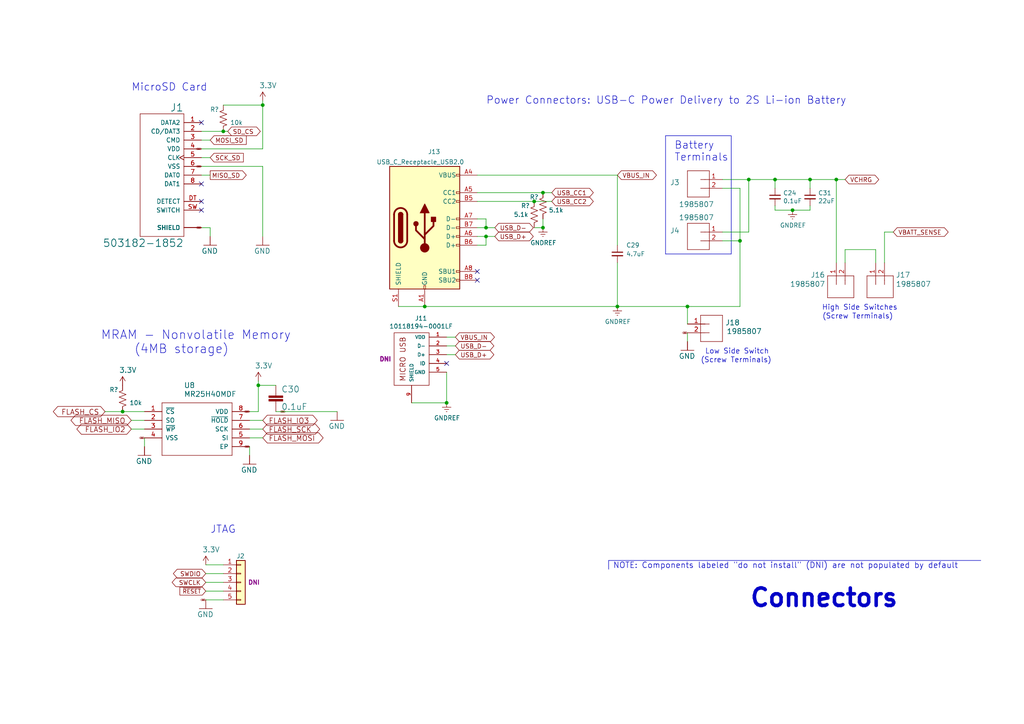
<source format=kicad_sch>
(kicad_sch (version 20230121) (generator eeschema)
  (paper "A4")
  (title_block (title "PyCubed Mainboard") (date "2021-06-09") (rev "v05c") (company "Max Holliday"))
  (lib_symbols
    (symbol "Connector_Generic:Conn_01x05" (pin_names (offset 1.016) hide)
      (property "Reference" "J" (at 0 7.62 0))
      (property "Value" "Conn_01x05" (at 0 -7.62 0))
      (symbol "Conn_01x05_1_1"
        (rectangle (start -1.27 -4.953) (end 0 -5.207) (stroke (width 0.1524)))
        (rectangle (start -1.27 -2.413) (end 0 -2.667) (stroke (width 0.1524)))
        (rectangle (start -1.27 0.127) (end 0 -0.127) (stroke (width 0.1524)))
        (rectangle (start -1.27 2.667) (end 0 2.413) (stroke (width 0.1524)))
        (rectangle (start -1.27 5.207) (end 0 4.953) (stroke (width 0.1524)))
        (rectangle (start -1.27 6.35) (end 1.27 -6.35) (stroke (width 0.254)) (fill (type background)))
        (pin passive line (at -5.08 5.08 0) (length 3.81) (name "Pin_1") (number "1"))
        (pin passive line (at -5.08 2.54 0) (length 3.81) (name "Pin_2") (number "2"))
        (pin passive line (at -5.08 0 0) (length 3.81) (name "Pin_3") (number "3"))
        (pin passive line (at -5.08 -2.54 0) (length 3.81) (name "Pin_4") (number "4"))
        (pin passive line (at -5.08 -5.08 0) (length 3.81) (name "Pin_5") (number "5"))
      )
    )
    (symbol "Device:C_Small" (pin_numbers hide) (pin_names (offset 0.254) hide)
      (property "Reference" "C" (at 0.254 1.778 0))
      (property "Value" "C_Small" (at 0.254 -2.032 0))
      (symbol "C_Small_0_1"
        (polyline (pts (xy -1.524 -0.508) (xy 1.524 -0.508)) (stroke (width 0.3302)))
        (polyline (pts (xy -1.524 0.508) (xy 1.524 0.508)) (stroke (width 0.3048)))
      )
      (symbol "C_Small_1_1"
        (pin passive line (at 0 2.54 270) (length 2.032) (name "~") (number "1"))
        (pin passive line (at 0 -2.54 90) (length 2.032) (name "~") (number "2"))
      )
    )
    (symbol "Device:R_US" (pin_numbers hide) (pin_names (offset 0))
      (property "Reference" "R" (at 2.54 0 90))
      (property "Value" "R_US" (at -2.54 0 90))
      (symbol "R_US_0_1"
        (polyline (pts (xy 0 -2.286) (xy 0 -2.54)))
        (polyline (pts (xy 0 2.286) (xy 0 2.54)))
        (polyline (pts (xy 0 -0.762) (xy 1.016 -1.143) (xy 0 -1.524) (xy -1.016 -1.905) (xy 0 -2.286)))
        (polyline (pts (xy 0 0.762) (xy 1.016 0.381) (xy 0 0) (xy -1.016 -0.381) (xy 0 -0.762)))
        (polyline (pts (xy 0 2.286) (xy 1.016 1.905) (xy 0 1.524) (xy -1.016 1.143) (xy 0 0.762)))
      )
      (symbol "R_US_1_1"
        (pin passive line (at 0 3.81 270) (length 1.27) (name "~") (number "1"))
        (pin passive line (at 0 -3.81 90) (length 1.27) (name "~") (number "2"))
      )
    )
    (symbol "mainboard-rescue:USB_C_Receptacle_USB2.0-Connector" (pin_names (offset 1.016))
      (property "Reference" "J" (at -10.16 19.05 0))
      (property "Value" "Connector_USB_C_Receptacle_USB2.0" (at 19.05 19.05 0))
      (symbol "USB_C_Receptacle_USB2.0-Connector_0_0"
        (rectangle (start -0.254 -17.78) (end 0.254 -16.764))
        (rectangle (start 10.16 -14.986) (end 9.144 -15.494))
        (rectangle (start 10.16 -12.446) (end 9.144 -12.954))
        (rectangle (start 10.16 -4.826) (end 9.144 -5.334))
        (rectangle (start 10.16 -2.286) (end 9.144 -2.794))
        (rectangle (start 10.16 0.254) (end 9.144 -0.254))
        (rectangle (start 10.16 2.794) (end 9.144 2.286))
        (rectangle (start 10.16 7.874) (end 9.144 7.366))
        (rectangle (start 10.16 10.414) (end 9.144 9.906))
        (rectangle (start 10.16 15.494) (end 9.144 14.986))
      )
      (symbol "USB_C_Receptacle_USB2.0-Connector_0_1"
        (rectangle (start -10.16 17.78) (end 10.16 -17.78) (stroke (width 0.254)) (fill (type background)))
        (arc (start -8.89 -3.81) (mid -6.985 -5.7067) (end -5.08 -3.81) (stroke (width 0.508)))
        (arc (start -7.62 -3.81) (mid -6.985 -4.4423) (end -6.35 -3.81) (stroke (width 0.254)))
        (arc (start -7.62 -3.81) (mid -6.985 -4.4423) (end -6.35 -3.81) (stroke (width 0.254)) (fill (type outline)))
        (rectangle (start -7.62 -3.81) (end -6.35 3.81) (stroke (width 0.254)) (fill (type outline)))
        (arc (start -6.35 3.81) (mid -6.985 4.4423) (end -7.62 3.81) (stroke (width 0.254)))
        (arc (start -6.35 3.81) (mid -6.985 4.4423) (end -7.62 3.81) (stroke (width 0.254)) (fill (type outline)))
        (arc (start -5.08 3.81) (mid -6.985 5.7067) (end -8.89 3.81) (stroke (width 0.508)))
        (circle (center -2.54 1.143) (radius 0.635) (stroke (width 0.254)) (fill (type outline)))
        (circle (center 0 -5.842) (radius 1.27) (fill (type outline)))
        (polyline (pts (xy -8.89 -3.81) (xy -8.89 3.81)) (stroke (width 0.508)))
        (polyline (pts (xy -5.08 3.81) (xy -5.08 -3.81)) (stroke (width 0.508)))
        (polyline (pts (xy 0 -5.842) (xy 0 4.318)) (stroke (width 0.508)))
        (polyline (pts (xy 0 -3.302) (xy -2.54 -0.762) (xy -2.54 0.508)) (stroke (width 0.508)))
        (polyline (pts (xy 0 -2.032) (xy 2.54 0.508) (xy 2.54 1.778)) (stroke (width 0.508)))
        (polyline (pts (xy -1.27 4.318) (xy 0 6.858) (xy 1.27 4.318) (xy -1.27 4.318)) (stroke (width 0.254)) (fill (type outline)))
        (rectangle (start 1.905 1.778) (end 3.175 3.048) (stroke (width 0.254)) (fill (type outline)))
      )
      (symbol "USB_C_Receptacle_USB2.0-Connector_1_1"
        (pin power_in line (at 0 -22.86 90) (length 5.08) (name "GND") (number "A1"))
        (pin passive line (at 0 -22.86 90) (length 5.08) hide (name "GND") (number "A12"))
        (pin power_in line (at 15.24 15.24 180) (length 5.08) (name "VBUS") (number "A4"))
        (pin bidirectional line (at 15.24 10.16 180) (length 5.08) (name "CC1") (number "A5"))
        (pin bidirectional line (at 15.24 -2.54 180) (length 5.08) (name "D+") (number "A6"))
        (pin bidirectional line (at 15.24 2.54 180) (length 5.08) (name "D-") (number "A7"))
        (pin bidirectional line (at 15.24 -12.7 180) (length 5.08) (name "SBU1") (number "A8"))
        (pin passive line (at 15.24 15.24 180) (length 5.08) hide (name "VBUS") (number "A9"))
        (pin passive line (at 0 -22.86 90) (length 5.08) hide (name "GND") (number "B1"))
        (pin passive line (at 0 -22.86 90) (length 5.08) hide (name "GND") (number "B12"))
        (pin passive line (at 15.24 15.24 180) (length 5.08) hide (name "VBUS") (number "B4"))
        (pin bidirectional line (at 15.24 7.62 180) (length 5.08) (name "CC2") (number "B5"))
        (pin bidirectional line (at 15.24 -5.08 180) (length 5.08) (name "D+") (number "B6"))
        (pin bidirectional line (at 15.24 0 180) (length 5.08) (name "D-") (number "B7"))
        (pin bidirectional line (at 15.24 -15.24 180) (length 5.08) (name "SBU2") (number "B8"))
        (pin passive line (at 15.24 15.24 180) (length 5.08) hide (name "VBUS") (number "B9"))
        (pin passive line (at -7.62 -22.86 90) (length 5.08) (name "SHIELD") (number "S1"))
      )
    )
    (symbol "mainboard:10118194-0001LF" (pin_names (offset 1.016))
      (property "Reference" "J" (at -1.27 10.16 0))
      (property "Value" "10118194-0001LF" (at -12.7 7.62 0))
      (symbol "10118194-0001LF_0_0"
        (text "MICRO USB" (at 0 -1.27 900) (effects (font (size 1.524 1.524))))
        (pin power_in line (at -12.7 5.08 0) (length 5.08) (name "VDD") (number "1"))
        (pin bidirectional line (at -12.7 2.54 0) (length 5.08) (name "D-") (number "2"))
        (pin bidirectional line (at -12.7 0 0) (length 5.08) (name "D+") (number "3"))
        (pin passive line (at -12.7 -2.54 0) (length 5.08) (name "ID") (number "4"))
        (pin power_in line (at -12.7 -5.08 0) (length 5.08) (name "GND") (number "5"))
      )
      (symbol "10118194-0001LF_0_1"
        (rectangle (start -7.62 6.35) (end 2.54 -8.89))
      )
      (symbol "10118194-0001LF_1_0"
        (pin power_in line (at -2.54 -13.97 90) (length 5.0038) hide (name "~") (number "8"))
        (pin power_in line (at -2.54 -13.97 90) (length 5.0038) (name "SHIELD") (number "9"))
      )
    )
    (symbol "mainboard:2.2UF-0603-10V-20%" (pin_names (offset 1.016))
      (property "Reference" "C" (at 1.524 2.921 0))
      (property "Value" "2.2UF-0603-10V-20%" (at 1.524 -2.159 0))
      (symbol "2.2UF-0603-10V-20%_1_0"
        (rectangle (start -2.032 0.508) (end 2.032 1.016) (fill (type outline)))
        (rectangle (start -2.032 1.524) (end 2.032 2.032) (fill (type outline)))
        (polyline (pts (xy 0 0) (xy 0 0.508)))
        (polyline (pts (xy 0 2.54) (xy 0 2.032)))
        (pin passive line (at 0 5.08 270) (length 2.54) (name "1") (number "1"))
        (pin passive line (at 0 -2.54 90) (length 2.54) (name "2") (number "2"))
      )
    )
    (symbol "mainboard:3.3V" (power) (pin_names (offset 1.016))
      (property "Value" "3.3V" (at -1.016 3.556 0))
      (symbol "3.3V_1_0"
        (polyline (pts (xy 0 2.54) (xy -0.762 1.27)))
        (polyline (pts (xy 0.762 1.27) (xy 0 2.54)))
        (pin power_in line (at 0 0 90) (length 2.54) (name "3.3V") (number "1"))
      )
    )
    (symbol "mainboard:503182-1852" (pin_names (offset 1.016))
      (property "Reference" "J" (at 0 18.3642 0))
      (property "Value" "503182-1852" (at 0 -20.9042 0))
      (symbol "503182-1852_1_0"
        (polyline (pts (xy 0 -17.78) (xy 12.7 -17.78)))
        (polyline (pts (xy 0 17.78) (xy 0 -17.78)))
        (polyline (pts (xy 12.7 -17.78) (xy 12.7 17.78)))
        (polyline (pts (xy 12.7 17.78) (xy 0 17.78)))
        (pin bidirectional line (at -5.08 15.24 0) (length 5.08) (name "DATA2") (number "1"))
        (pin bidirectional line (at -5.08 12.7 0) (length 5.08) (name "CD/DAT3") (number "2"))
        (pin bidirectional line (at -5.08 10.16 0) (length 5.08) (name "CMD") (number "3"))
        (pin power_in line (at -5.08 7.62 0) (length 5.08) (name "VDD") (number "4"))
        (pin bidirectional clock (at -5.08 5.08 0) (length 5.08) (name "CLK") (number "5"))
        (pin power_in line (at -5.08 2.54 0) (length 5.08) (name "VSS") (number "6"))
        (pin bidirectional line (at -5.08 0 0) (length 5.08) (name "DAT0") (number "7"))
        (pin bidirectional line (at -5.08 -2.54 0) (length 5.08) (name "DAT1") (number "8"))
        (pin bidirectional line (at -5.08 -7.62 0) (length 5.08) (name "DETECT") (number "DT"))
        (pin passive line (at -5.08 -15.24 0) (length 5.08) (name "SHIELD") (number "P1"))
        (pin passive line (at -5.08 -15.24 0) (length 5.08) (name "SHIELD") (number "P2"))
        (pin passive line (at -5.08 -15.24 0) (length 5.08) (name "SHIELD") (number "P3"))
        (pin passive line (at -5.08 -15.24 0) (length 5.08) (name "SHIELD") (number "P4"))
        (pin passive line (at -5.08 -15.24 0) (length 5.08) (name "SHIELD") (number "P5"))
        (pin bidirectional line (at -5.08 -10.16 0) (length 5.08) (name "SWITCH") (number "SW"))
      )
    )
    (symbol "mainboard:GND" (power) (pin_names (offset 1.016))
      (property "Value" "GND" (at -2.54 -2.54 0))
      (symbol "GND_1_0"
        (polyline (pts (xy -1.905 0) (xy 1.905 0)))
        (pin power_in line (at 0 2.54 270) (length 2.54) (name "GND") (number "1"))
      )
    )
    (symbol "mainboard:M023.5MM_LOCK" (pin_names (offset 1.016))
      (property "Reference" "JP" (at -2.54 5.842 0))
      (property "Value" "M023.5MM_LOCK" (at -2.54 -5.08 0))
      (symbol "M023.5MM_LOCK_1_0"
        (polyline (pts (xy -2.54 5.08) (xy -2.54 -2.54)))
        (polyline (pts (xy -2.54 5.08) (xy 3.81 5.08)))
        (polyline (pts (xy 1.27 0) (xy 2.54 0)))
        (polyline (pts (xy 1.27 2.54) (xy 2.54 2.54)))
        (polyline (pts (xy 3.81 -2.54) (xy -2.54 -2.54)))
        (polyline (pts (xy 3.81 -2.54) (xy 3.81 5.08)))
        (pin passive line (at 7.62 0 180) (length 5.08) (name "1") (number "1"))
        (pin passive line (at 7.62 2.54 180) (length 5.08) (name "2") (number "2"))
      )
    )
    (symbol "mainboard:MR25H40MDF" (pin_names (offset 1.016))
      (property "Reference" "U" (at 11.43 7.62 0))
      (property "Value" "MR25H40MDF" (at 11.43 5.08 0))
      (symbol "MR25H40MDF_1_0"
        (polyline (pts (xy 5.08 2.54) (xy 5.08 -12.7)))
        (polyline (pts (xy 5.08 2.54) (xy 25.4 2.54)))
        (polyline (pts (xy 25.4 -12.7) (xy 5.08 -12.7)))
        (polyline (pts (xy 25.4 -12.7) (xy 25.4 2.54)))
        (pin bidirectional line (at 0 0 0) (length 5.08) (name "~{CS}") (number "1"))
        (pin bidirectional line (at 0 -2.54 0) (length 5.08) (name "SO") (number "2"))
        (pin bidirectional line (at 0 -5.08 0) (length 5.08) (name "~{WP}") (number "3"))
        (pin bidirectional line (at 0 -7.62 0) (length 5.08) (name "VSS") (number "4"))
        (pin bidirectional line (at 30.48 -7.62 180) (length 5.08) (name "SI") (number "5"))
        (pin bidirectional line (at 30.48 -5.08 180) (length 5.08) (name "SCK") (number "6"))
        (pin bidirectional line (at 30.48 -2.54 180) (length 5.08) (name "~{HOLD}") (number "7"))
        (pin bidirectional line (at 30.48 0 180) (length 5.08) (name "VDD") (number "8"))
        (pin bidirectional line (at 30.48 -10.16 180) (length 5.08) (name "EP") (number "9"))
      )
    )
    (symbol "power:GNDREF" (power) (pin_names (offset 0))
      (property "Value" "GNDREF" (at 0 -3.81 0))
      (symbol "GNDREF_0_1"
        (polyline (pts (xy -0.635 -1.905) (xy 0.635 -1.905)))
        (polyline (pts (xy -0.127 -2.54) (xy 0.127 -2.54)))
        (polyline (pts (xy 0 -1.27) (xy 0 0)))
        (polyline (pts (xy 1.27 -1.27) (xy -1.27 -1.27)))
      )
      (symbol "GNDREF_1_1"
        (pin power_in line (at 0 0 270) (length 0) hide (name "GNDREF") (number "1"))
      )
    )
  )
  (junction (at 154.94 58.42))
  (junction (at 64.77 38.1))
  (junction (at 214.63 69.85))
  (junction (at 234.95 52.07))
  (junction (at 242.57 52.07))
  (junction (at 217.17 52.07))
  (junction (at 76.2 30.48))
  (junction (at 224.79 52.07))
  (junction (at 199.39 88.9))
  (junction (at 229.87 60.96))
  (junction (at 157.48 55.88))
  (junction (at 129.54 116.84))
  (junction (at 35.56 119.38))
  (junction (at 140.97 66.04))
  (junction (at 179.07 88.9))
  (junction (at 74.93 111.76))
  (junction (at 123.19 88.9))
  (junction (at 140.97 68.58))
  (junction (at 157.48 66.04))
  (no_connect (at 138.43 81.28))
  (no_connect (at 138.43 78.74))
  (no_connect (at 58.42 60.96))
  (no_connect (at 129.54 105.41))
  (no_connect (at 58.42 58.42))
  (no_connect (at 58.42 53.34))
  (no_connect (at 58.42 35.56))
  (wire (pts (xy 214.63 69.85) (xy 209.55 69.85)))
  (wire (pts (xy 76.2 124.46) (xy 72.39 124.46)))
  (wire (pts (xy 58.42 48.26) (xy 76.2 48.26)))
  (wire (pts (xy 224.79 60.96) (xy 224.79 59.69)))
  (wire (pts (xy 72.39 119.38) (xy 74.93 119.38)))
  (polyline (pts (xy 176.53 162.56) (xy 284.48 162.56)))
  (wire (pts (xy 140.97 66.04) (xy 138.43 66.04)))
  (wire (pts (xy 129.54 116.84) (xy 119.38 116.84)))
  (wire (pts (xy 58.42 43.18) (xy 76.2 43.18)))
  (wire (pts (xy 234.95 60.96) (xy 234.95 59.69)))
  (wire (pts (xy 64.77 38.1) (xy 66.04 38.1)))
  (wire (pts (xy 242.57 52.07) (xy 242.57 76.2)))
  (wire (pts (xy 38.1 121.92) (xy 41.91 121.92)))
  (wire (pts (xy 199.39 96.52) (xy 199.39 99.06)))
  (polyline (pts (xy 193.04 73.66) (xy 193.04 39.37)))
  (polyline (pts (xy 212.09 73.66) (xy 212.09 39.37)))
  (wire (pts (xy 64.77 30.48) (xy 76.2 30.48)))
  (wire (pts (xy 217.17 52.07) (xy 217.17 67.31)))
  (wire (pts (xy 76.2 43.18) (xy 76.2 30.48)))
  (wire (pts (xy 76.2 121.92) (xy 72.39 121.92)))
  (wire (pts (xy 256.54 67.31) (xy 259.08 67.31)))
  (wire (pts (xy 132.08 97.79) (xy 129.54 97.79)))
  (wire (pts (xy 58.42 45.72) (xy 60.96 45.72)))
  (wire (pts (xy 115.57 88.9) (xy 123.19 88.9)))
  (wire (pts (xy 209.55 67.31) (xy 217.17 67.31)))
  (wire (pts (xy 179.07 50.8) (xy 179.07 71.12)))
  (wire (pts (xy 38.1 124.46) (xy 41.91 124.46)))
  (wire (pts (xy 245.11 76.2) (xy 245.11 72.39)))
  (wire (pts (xy 138.43 55.88) (xy 157.48 55.88)))
  (wire (pts (xy 154.94 66.04) (xy 157.48 66.04)))
  (wire (pts (xy 229.87 60.96) (xy 234.95 60.96)))
  (wire (pts (xy 217.17 52.07) (xy 224.79 52.07)))
  (polyline (pts (xy 193.04 73.66) (xy 212.09 73.66)))
  (wire (pts (xy 80.01 111.76) (xy 74.93 111.76)))
  (wire (pts (xy 76.2 48.26) (xy 76.2 68.58)))
  (wire (pts (xy 214.63 88.9) (xy 214.63 69.85)))
  (wire (pts (xy 224.79 60.96) (xy 229.87 60.96)))
  (wire (pts (xy 157.48 55.88) (xy 160.02 55.88)))
  (polyline (pts (xy 193.04 39.37) (xy 212.09 39.37)))
  (wire (pts (xy 234.95 54.61) (xy 234.95 52.07)))
  (wire (pts (xy 157.48 66.04) (xy 157.48 63.5)))
  (polyline (pts (xy 176.53 165.1) (xy 176.53 162.56)))
  (wire (pts (xy 58.42 66.04) (xy 60.96 66.04)))
  (wire (pts (xy 30.48 119.38) (xy 35.56 119.38)))
  (wire (pts (xy 245.11 72.39) (xy 254 72.39)))
  (wire (pts (xy 72.39 129.54) (xy 72.39 132.08)))
  (wire (pts (xy 140.97 71.12) (xy 140.97 68.58)))
  (wire (pts (xy 234.95 52.07) (xy 242.57 52.07)))
  (wire (pts (xy 76.2 30.48) (xy 76.2 29.21)))
  (wire (pts (xy 140.97 66.04) (xy 143.51 66.04)))
  (wire (pts (xy 64.77 168.91) (xy 59.69 168.91)))
  (wire (pts (xy 58.42 40.64) (xy 60.96 40.64)))
  (wire (pts (xy 129.54 102.87) (xy 132.08 102.87)))
  (wire (pts (xy 64.77 166.37) (xy 59.69 166.37)))
  (wire (pts (xy 129.54 107.95) (xy 129.54 116.84)))
  (wire (pts (xy 138.43 63.5) (xy 140.97 63.5)))
  (wire (pts (xy 41.91 127) (xy 41.91 129.54)))
  (wire (pts (xy 224.79 54.61) (xy 224.79 52.07)))
  (wire (pts (xy 35.56 119.38) (xy 41.91 119.38)))
  (wire (pts (xy 140.97 68.58) (xy 143.51 68.58)))
  (wire (pts (xy 64.77 171.45) (xy 59.69 171.45)))
  (wire (pts (xy 179.07 76.2) (xy 179.07 88.9)))
  (wire (pts (xy 256.54 76.2) (xy 256.54 67.31)))
  (wire (pts (xy 129.54 100.33) (xy 132.08 100.33)))
  (wire (pts (xy 58.42 38.1) (xy 64.77 38.1)))
  (wire (pts (xy 209.55 54.61) (xy 214.63 54.61)))
  (wire (pts (xy 138.43 58.42) (xy 154.94 58.42)))
  (wire (pts (xy 123.19 88.9) (xy 179.07 88.9)))
  (wire (pts (xy 59.69 173.99) (xy 64.77 173.99)))
  (wire (pts (xy 58.42 50.8) (xy 60.96 50.8)))
  (wire (pts (xy 245.11 52.07) (xy 242.57 52.07)))
  (wire (pts (xy 179.07 88.9) (xy 199.39 88.9)))
  (wire (pts (xy 199.39 88.9) (xy 214.63 88.9)))
  (wire (pts (xy 224.79 52.07) (xy 234.95 52.07)))
  (wire (pts (xy 74.93 119.38) (xy 74.93 111.76)))
  (wire (pts (xy 76.2 127) (xy 72.39 127)))
  (wire (pts (xy 254 72.39) (xy 254 76.2)))
  (wire (pts (xy 60.96 66.04) (xy 60.96 68.58)))
  (wire (pts (xy 209.55 52.07) (xy 217.17 52.07)))
  (wire (pts (xy 74.93 111.76) (xy 74.93 110.49)))
  (wire (pts (xy 179.07 50.8) (xy 138.43 50.8)))
  (wire (pts (xy 140.97 68.58) (xy 138.43 68.58)))
  (wire (pts (xy 80.01 119.38) (xy 97.79 119.38)))
  (wire (pts (xy 154.94 58.42) (xy 160.02 58.42)))
  (wire (pts (xy 199.39 93.98) (xy 199.39 88.9)))
  (wire (pts (xy 59.69 163.83) (xy 64.77 163.83)))
  (wire (pts (xy 214.63 54.61) (xy 214.63 69.85)))
  (wire (pts (xy 140.97 63.5) (xy 140.97 66.04)))
  (wire (pts (xy 138.43 71.12) (xy 140.97 71.12)))
  (text "Power Connectors: USB-C Power Delivery to 2S Li-ion Battery" (at 140.97 30.48 0) (effects (font (size 2.159 2.159)) (justify left bottom)))
  (text "(Screw Terminals)" (at 259.08 92.71 0) (effects (font (size 1.4986 1.4986)) (justify right bottom)))
  (text "NOTE: Components labeled \"do not install\" (DNI) are not populated by default" (at 177.8 165.1 0) (effects (font (size 1.651 1.651)) (justify left bottom)))
  (text "Connectors" (at 217.17 176.53 0) (effects (font (size 5.08 5.08) (thickness 1.016) bold) (justify left bottom)))
  (text "Low Side Switch" (at 204.47 102.87 0) (effects (font (size 1.4986 1.4986)) (justify left bottom)))
  (text "JTAG" (at 60.96 154.94 0) (effects (font (size 2.159 2.159)) (justify left bottom)))
  (text "MRAM - Nonvolatile Memory\n     (4MB storage)" (at 29.21 102.87 0) (effects (font (size 2.54 2.54)) (justify left bottom)))
  (text "Battery\nTerminals" (at 195.58 46.99 0) (effects (font (size 2.159 2.159)) (justify left bottom)))
  (text "(Screw Terminals)" (at 203.2 105.41 0) (effects (font (size 1.4986 1.4986)) (justify left bottom)))
  (text "High Side Switches" (at 260.35 90.17 0) (effects (font (size 1.4986 1.4986)) (justify right bottom)))
  (text "MicroSD Card" (at 38.1 26.67 0) (effects (font (size 2.159 2.159)) (justify left bottom)))
  (global_label "USB_D+" (shape bidirectional) (at 143.51 68.58 0) (property "Intersheetrefs" "${INTERSHEET_REFS}" (effects hide)))
  (global_label "VBUS_IN" (shape bidirectional) (at 132.08 97.79 0) (property "Intersheetrefs" "${INTERSHEET_REFS}" (effects hide)))
  (global_label "FLASH_IO3" (shape bidirectional) (at 76.2 121.92 0) (effects (font (size 1.4986 1.4986))) (property "Intersheetrefs" "${INTERSHEET_REFS}" (effects hide)))
  (global_label "VBATT_SENSE" (shape bidirectional) (at 259.08 67.31 0) (property "Intersheetrefs" "${INTERSHEET_REFS}" (effects hide)))
  (global_label "USB_D-" (shape bidirectional) (at 143.51 66.04 0) (property "Intersheetrefs" "${INTERSHEET_REFS}" (effects hide)))
  (global_label "SWDIO" (shape bidirectional) (at 59.69 166.37 180) (property "Intersheetrefs" "${INTERSHEET_REFS}" (effects hide)))
  (global_label "FLASH_CS" (shape bidirectional) (at 30.48 119.38 180) (effects (font (size 1.4986 1.4986))) (property "Intersheetrefs" "${INTERSHEET_REFS}" (effects hide)))
  (global_label "3.3V" (shape bidirectional) (at 58.42 43.18 180) (effects (font (size 0.254 0.254))) (property "Intersheetrefs" "${INTERSHEET_REFS}" (effects hide)))
  (global_label "SWCLK" (shape bidirectional) (at 59.69 168.91 180) (property "Intersheetrefs" "${INTERSHEET_REFS}" (effects hide)))
  (global_label "FLASH_MOSI" (shape bidirectional) (at 76.2 127 0) (effects (font (size 1.4986 1.4986))) (property "Intersheetrefs" "${INTERSHEET_REFS}" (effects hide)))
  (global_label "GND" (shape bidirectional) (at 58.42 48.26 180) (effects (font (size 0.254 0.254))) (property "Intersheetrefs" "${INTERSHEET_REFS}" (effects hide)))
  (global_label "~{RESET}" (shape input) (at 59.69 171.45 180) (effects (font (size 1.1684 1.1684))) (property "Intersheetrefs" "${INTERSHEET_REFS}" (effects hide)))
  (global_label "VBUS_IN" (shape bidirectional) (at 179.07 50.8 0) (property "Intersheetrefs" "${INTERSHEET_REFS}" (effects hide)))
  (global_label "GND" (shape bidirectional) (at 81.28 119.38 0) (effects (font (size 0.254 0.254))) (property "Intersheetrefs" "${INTERSHEET_REFS}" (effects hide)))
  (global_label "3.3V" (shape bidirectional) (at 72.39 119.38 180) (effects (font (size 0.254 0.254))) (property "Intersheetrefs" "${INTERSHEET_REFS}" (effects hide)))
  (global_label "USB_D+" (shape bidirectional) (at 132.08 102.87 0) (property "Intersheetrefs" "${INTERSHEET_REFS}" (effects hide)))
  (global_label "GND" (shape bidirectional) (at 58.42 66.04 180) (effects (font (size 0.254 0.254))) (property "Intersheetrefs" "${INTERSHEET_REFS}" (effects hide)))
  (global_label "USB_CC1" (shape bidirectional) (at 160.02 55.88 0) (property "Intersheetrefs" "${INTERSHEET_REFS}" (effects hide)))
  (global_label "MOSI_SD" (shape input) (at 60.96 40.64 0) (property "Intersheetrefs" "${INTERSHEET_REFS}" (effects hide)))
  (global_label "MISO_SD" (shape output) (at 60.96 50.8 0) (property "Intersheetrefs" "${INTERSHEET_REFS}" (effects hide)))
  (global_label "GND" (shape bidirectional) (at 41.91 127 180) (effects (font (size 0.254 0.254))) (property "Intersheetrefs" "${INTERSHEET_REFS}" (effects hide)))
  (global_label "GND" (shape bidirectional) (at 72.39 129.54 180) (effects (font (size 0.254 0.254))) (property "Intersheetrefs" "${INTERSHEET_REFS}" (effects hide)))
  (global_label "VCHRG" (shape bidirectional) (at 245.11 52.07 0) (property "Intersheetrefs" "${INTERSHEET_REFS}" (effects hide)))
  (global_label "FLASH_SCK" (shape bidirectional) (at 76.2 124.46 0) (effects (font (size 1.4986 1.4986))) (property "Intersheetrefs" "${INTERSHEET_REFS}" (effects hide)))
  (global_label "GND" (shape bidirectional) (at 199.39 96.52 180) (effects (font (size 0.254 0.254))) (property "Intersheetrefs" "${INTERSHEET_REFS}" (effects hide)))
  (global_label "FLASH_MISO" (shape bidirectional) (at 38.1 121.92 180) (effects (font (size 1.4986 1.4986))) (property "Intersheetrefs" "${INTERSHEET_REFS}" (effects hide)))
  (global_label "SCK_SD" (shape input) (at 60.96 45.72 0) (property "Intersheetrefs" "${INTERSHEET_REFS}" (effects hide)))
  (global_label "USB_D-" (shape bidirectional) (at 132.08 100.33 0) (property "Intersheetrefs" "${INTERSHEET_REFS}" (effects hide)))
  (global_label "USB_CC2" (shape bidirectional) (at 160.02 58.42 0) (property "Intersheetrefs" "${INTERSHEET_REFS}" (effects hide)))
  (global_label "FLASH_IO2" (shape bidirectional) (at 38.1 124.46 180) (effects (font (size 1.4986 1.4986))) (property "Intersheetrefs" "${INTERSHEET_REFS}" (effects hide)))
  (global_label "GND" (shape bidirectional) (at 59.69 173.99 180) (effects (font (size 0.254 0.254))) (property "Intersheetrefs" "${INTERSHEET_REFS}" (effects hide)))
  (global_label "SD_CS" (shape bidirectional) (at 66.04 38.1 0) (property "Intersheetrefs" "${INTERSHEET_REFS}" (effects hide)))
  (symbol (lib_id "mainboard:GND") (at 41.91 132.08 0) (unit 1)
    (property "Reference" "#GND022" (effects hide))
    (property "Value" "GND" (at 39.37 134.62 0) (effects (font (size 1.4986 1.4986)) (justify left bottom)))
    (instances (project "mainboard" (path "" (reference "#GND022") (unit 1)) (path "" (reference "#GND?") (unit 1))))
  )
  (symbol (lib_id "mainboard:M023.5MM_LOCK") (at 201.93 52.07 0) (mirror x) (unit 1)
    (property "Reference" "J3" (at 194.31 52.07 0) (effects (font (size 1.4986 1.4986)) (justify left bottom)))
    (property "Value" "1985807" (at 196.85 58.42 0) (effects (font (size 1.4986 1.4986)) (justify left bottom)))
    (property "Footprint" "mainboard:SCREWTERMINAL-3.5MM-2_LOCK" (effects hide))
    (property "Datasheet" "https://www.mouser.com/datasheet/2/324/4/1985807-1458929.pdf" (effects hide))
    (property "Description" "2-pin Screw Terminal - Side Entry" (effects hide))
    (property "Flight" "1985807" (effects hide))
    (property "Manufacturer_Name" "Phoenix Contact" (effects hide))
    (property "Manufacturer_Part_Number" "1985807" (effects hide))
    (property "Proto" "1985807" (effects hide))
    (instances (project "mainboard" (path "" (reference "J3") (unit 1)) (path "" (reference "JP?") (unit 1))))
  )
  (symbol (lib_id "mainboard:503182-1852") (at 53.34 50.8 0) (mirror y) (unit 1)
    (property "Reference" "J1" (at 53.34 32.4358 0) (effects (font (size 2.159 2.159)) (justify left bottom)))
    (property "Value" "503182-1852" (at 53.34 71.7296 0) (effects (font (size 2.159 2.159)) (justify left bottom)))
    (property "Footprint" "mainboard:MOLEX_503182-1852" (effects hide))
    (property "Datasheet" "https://www.molex.com/pdm_docs/sd/5031821852_sd.pdf" (effects hide))
    (property "Description" "Molex microSD Card Socket" (effects hide))
    (property "Flight" "5031821852" (effects hide))
    (property "Manufacturer_Name" "Molex" (effects hide))
    (property "Manufacturer_Part_Number" "5031821852" (effects hide))
    (property "Proto" "5031821852" (effects hide))
    (instances (project "mainboard" (path "" (reference "J1") (unit 1)) (path "" (reference "J?") (unit 1))))
  )
  (symbol (lib_id "mainboard:MR25H40MDF") (at 41.91 119.38 0) (unit 1)
    (property "Reference" "U8" (at 53.34 111.76 0) (effects (font (size 1.4986 1.4986)) (justify left)))
    (property "Value" "MR25H40MDF" (at 53.34 114.3 0) (effects (font (size 1.4986 1.4986)) (justify left)))
    (property "Footprint" "mainboard:SON127P600X500X90-9N" (effects hide))
    (property "Datasheet" "https://www.winbond.com/resource-files/w25q80dv%20dl_revh_10022015.pdf" (effects hide))
    (property "Description" "Non-Volatile Memory" (effects hide))
    (property "Flight" "MR25H40MDF" (effects hide))
    (property "Manufacturer_Name" "Everspin Technologies Inc." (effects hide))
    (property "Manufacturer_Part_Number" "W25Q80DVSNIG" (effects hide))
    (property "Proto" "W25Q80DVSNIG" (effects hide))
    (instances (project "mainboard" (path "" (reference "U8") (unit 1)) (path "" (reference "U?") (unit 1))))
  )
  (symbol (lib_id "mainboard:M023.5MM_LOCK") (at 201.93 67.31 0) (mirror x) (unit 1)
    (property "Reference" "J4" (at 194.31 66.04 0) (effects (font (size 1.4986 1.4986)) (justify left bottom)))
    (property "Value" "1985807" (at 196.85 62.23 0) (effects (font (size 1.4986 1.4986)) (justify left bottom)))
    (property "Footprint" "mainboard:SCREWTERMINAL-3.5MM-2_LOCK" (effects hide))
    (property "Datasheet" "https://www.mouser.com/datasheet/2/324/4/1985807-1458929.pdf" (effects hide))
    (property "Description" "2-pin Screw Terminal - Side Entry" (effects hide))
    (property "Flight" "1985807" (effects hide))
    (property "Manufacturer_Name" "Phoenix Contact" (effects hide))
    (property "Manufacturer_Part_Number" "1985807" (effects hide))
    (property "Proto" "1985807" (effects hide))
    (instances (project "mainboard" (path "" (reference "J4") (unit 1)) (path "" (reference "JP?") (unit 1))))
  )
  (symbol (lib_id "mainboard:2.2UF-0603-10V-20%") (at 80.01 116.84 0) (unit 1)
    (property "Reference" "C30" (at 81.534 113.919 0) (effects (font (size 1.778 1.778)) (justify left bottom)))
    (property "Value" "0.1uF" (at 81.534 118.999 0) (effects (font (size 1.778 1.778)) (justify left bottom)))
    (property "Footprint" "Capacitor_SMD:C_0603_1608Metric" (effects hide))
    (property "Description" "0.1uF +-10% 50V X7R 0603" (effects hide))
    (instances (project "mainboard" (path "" (reference "C30") (unit 1)) (path "" (reference "C?") (unit 1))))
  )
  (symbol (lib_id "mainboard:GND") (at 97.79 121.92 0) (unit 1)
    (property "Reference" "#GND065" (effects hide))
    (property "Value" "GND" (at 95.25 124.46 0) (effects (font (size 1.4986 1.4986)) (justify left bottom)))
    (instances (project "mainboard" (path "" (reference "#GND065") (unit 1)) (path "" (reference "#GND?") (unit 1))))
  )
  (symbol (lib_id "mainboard:GND") (at 59.69 176.53 0) (unit 1)
    (property "Reference" "#GND023" (effects hide))
    (property "Value" "GND" (at 57.15 179.07 0) (effects (font (size 1.4986 1.4986)) (justify left bottom)))
    (instances (project "mainboard" (path "" (reference "#GND023") (unit 1)) (path "" (reference "#GND?") (unit 1))))
  )
  (symbol (lib_id "Connector_Generic:Conn_01x05") (at 69.85 168.91 0) (unit 1)
    (property "Reference" "J2" (at 68.58 161.29 0) (effects (justify left)))
    (property "Value" "Conn_01x05" (effects hide))
    (property "Footprint" "Connector_PinHeader_2.54mm:PinHeader_1x05_P2.54mm_Vertical" (effects hide))
    (property "DNI" "DNI" (at 73.66 168.91 0) (effects (font bold)))
    (property "Description" "Vertical Header - 0.1in (2.54mm)" (effects hide))
  )
  (symbol (lib_id "mainboard:3.3V") (at 59.69 163.83 0) (unit 1)
    (property "Reference" "#SUPPLY0102" (effects hide))
    (property "Value" "3.3V" (at 58.674 160.274 0) (effects (font (size 1.4986 1.4986)) (justify left bottom)))
    (instances (project "mainboard" (path "" (reference "#SUPPLY0102") (unit 1)) (path "" (reference "#SUPPLY?") (unit 1))))
  )
  (symbol (lib_id "mainboard-rescue:USB_C_Receptacle_USB2.0-Connector") (at 123.19 66.04 0) (unit 1)
    (property "Reference" "J13" (at 125.9078 44.0182 0))
    (property "Value" "USB_C_Receptacle_USB2.0" (at 121.92 46.99 0))
    (property "Footprint" "mainboard:USB_C_Receptacle_XKB_U262-161N-4BVC11" (effects hide))
    (property "Datasheet" "https://datasheet.lcsc.com/szlcsc/XKB-U262-16XN-4BVC11_C319148.pdf" (effects hide))
    (property "Description" "USB Type-C Connector - Single sided" (effects hide))
    (property "Flight" "U262-161N-4BVC11" (effects hide))
    (property "Manufacturer_Name" "XKB Connectivity" (effects hide))
    (property "Manufacturer_Part_Number" "U262-161N-4BVC11" (effects hide))
    (property "Proto" "U262-161N-4BVC11" (effects hide))
  )
  (symbol (lib_id "Device:C_Small") (at 224.79 57.15 0) (unit 1)
    (property "Reference" "C24" (at 227.1268 55.9816 0) (effects (justify left)))
    (property "Value" "0.1uF" (at 227.1268 58.293 0) (effects (justify left)))
    (property "Footprint" "Capacitor_SMD:C_0603_1608Metric" (effects hide))
    (property "Description" "0.1uF +-10% 50V X7R 0603" (effects hide))
    (instances (project "mainboard" (path "" (reference "C24") (unit 1)) (path "" (reference "C?") (unit 1))))
  )
  (symbol (lib_id "Device:C_Small") (at 234.95 57.15 0) (unit 1)
    (property "Reference" "C31" (at 237.2868 55.9816 0) (effects (justify left)))
    (property "Value" "22uF" (at 237.2868 58.293 0) (effects (justify left)))
    (property "Footprint" "Capacitor_SMD:C_0603_1608Metric" (effects hide))
    (property "Description" "22uF +-20% 10V X5R" (effects hide))
    (instances (project "mainboard" (path "" (reference "C31") (unit 1)) (path "" (reference "C?") (unit 1))))
  )
  (symbol (lib_id "Device:R_US") (at 64.77 34.29 0) (mirror x) (unit 1)
    (property "Reference" "R?" (at 62.23 31.75 0))
    (property "Value" "10k" (at 68.58 35.56 0))
    (property "Footprint" "Resistor_SMD:R_0603_1608Metric" (effects hide))
    (property "Description" "10k 0603" (effects hide))
    (instances (project "mainboard" (path "" (reference "R?") (unit 1)) (path "" (reference "R?") (unit 1)) (path "" (reference "R51") (unit 1))))
  )
  (symbol (lib_id "mainboard:M023.5MM_LOCK") (at 254 83.82 270) (mirror x) (unit 1)
    (property "Reference" "J17" (at 259.7912 79.7306 90) (effects (font (size 1.4986 1.4986)) (justify left)))
    (property "Value" "1985807" (at 259.7912 82.3976 90) (effects (font (size 1.4986 1.4986)) (justify left)))
    (property "Footprint" "mainboard:SCREWTERMINAL-3.5MM-2_LOCK" (effects hide))
    (property "Datasheet" "https://www.mouser.com/datasheet/2/324/4/1985807-1458929.pdf" (effects hide))
    (property "Description" "2-pin Screw Terminal - Side Entry" (effects hide))
    (property "Flight" "1985807" (effects hide))
    (property "Manufacturer_Name" "Phoenix Contact" (effects hide))
    (property "Manufacturer_Part_Number" "1985807" (effects hide))
    (property "Proto" "1985807" (effects hide))
    (instances (project "mainboard" (path "" (reference "J17") (unit 1)) (path "" (reference "JP?") (unit 1))))
  )
  (symbol (lib_id "Device:R_US") (at 35.56 115.57 0) (mirror x) (unit 1)
    (property "Reference" "R?" (at 33.02 113.03 0))
    (property "Value" "10k" (at 39.37 116.84 0))
    (property "Footprint" "Resistor_SMD:R_0603_1608Metric" (effects hide))
    (property "Description" "10k 0603" (effects hide))
    (instances (project "mainboard" (path "" (reference "R?") (unit 1)) (path "" (reference "R?") (unit 1)) (path "" (reference "R50") (unit 1))))
  )
  (symbol (lib_id "mainboard:3.3V") (at 35.56 111.76 0) (unit 1)
    (property "Reference" "#SUPPLY0116" (effects hide))
    (property "Value" "3.3V" (at 34.544 108.204 0) (effects (font (size 1.4986 1.4986)) (justify left bottom)))
    (instances (project "mainboard" (path "" (reference "#SUPPLY0116") (unit 1)) (path "" (reference "#SUPPLY?") (unit 1))))
  )
  (symbol (lib_id "Device:R_US") (at 157.48 59.69 0) (mirror x) (unit 1)
    (property "Reference" "R?" (at 154.94 57.15 0))
    (property "Value" "5.1k" (at 161.29 60.96 0))
    (property "Footprint" "Resistor_SMD:R_0603_1608Metric" (effects hide))
    (property "Description" "5.1k 0603" (effects hide))
    (instances (project "mainboard" (path "" (reference "R?") (unit 1)) (path "" (reference "R?") (unit 1)) (path "" (reference "R40") (unit 1))))
  )
  (symbol (lib_id "Device:R_US") (at 154.94 62.23 0) (mirror x) (unit 1)
    (property "Reference" "R?" (at 152.4 59.69 0))
    (property "Value" "5.1k" (at 151.13 62.23 0))
    (property "Footprint" "Resistor_SMD:R_0603_1608Metric" (effects hide))
    (property "Description" "5.1k 0603" (effects hide))
    (instances (project "mainboard" (path "" (reference "R?") (unit 1)) (path "" (reference "R?") (unit 1)) (path "" (reference "R39") (unit 1))))
  )
  (symbol (lib_id "power:GNDREF") (at 157.48 66.04 0) (unit 1)
    (property "Reference" "#PWR0107" (effects hide))
    (property "Value" "GNDREF" (at 157.607 70.4342 0))
    (instances (project "mainboard" (path "" (reference "#PWR0107") (unit 1)) (path "" (reference "#PWR?") (unit 1))))
  )
  (symbol (lib_id "mainboard:10118194-0001LF") (at 116.84 102.87 0) (mirror y) (unit 1)
    (property "Reference" "J11" (at 122.1232 92.329 0))
    (property "Value" "10118194-0001LF" (at 122.1232 94.6404 0))
    (property "Footprint" "mainboard:10118194-0001LF" (effects hide))
    (property "DNI" "DNI" (at 111.76 104.14 0) (effects (font bold)))
    (property "Description" "Micro USB (OPTIONAL) Amphenol PN: 10118194-0001LF" (effects hide))
    (property "Manufacturer_Name" "Amphenol" (effects hide))
  )
  (symbol (lib_id "power:GNDREF") (at 129.54 116.84 0) (unit 1)
    (property "Reference" "#PWR0108" (effects hide))
    (property "Value" "GNDREF" (at 129.667 121.2342 0))
    (instances (project "mainboard" (path "" (reference "#PWR0108") (unit 1)) (path "" (reference "#PWR?") (unit 1))))
  )
  (symbol (lib_id "Device:C_Small") (at 179.07 73.66 0) (unit 1)
    (property "Reference" "C29" (at 181.61 71.12 0) (effects (justify left)))
    (property "Value" "4.7uF" (at 181.61 73.66 0) (effects (justify left)))
    (property "Footprint" "Capacitor_SMD:C_0603_1608Metric" (effects hide))
    (property "Description" "4.7uF +-20% 10V X5R" (effects hide))
    (instances (project "mainboard" (path "" (reference "C29") (unit 1)) (path "" (reference "C?") (unit 1))))
  )
  (symbol (lib_id "power:GNDREF") (at 179.07 88.9 0) (unit 1)
    (property "Reference" "#PWR0101" (effects hide))
    (property "Value" "GNDREF" (at 179.197 93.2942 0))
    (instances (project "mainboard" (path "" (reference "#PWR0101") (unit 1)) (path "" (reference "#PWR?") (unit 1))))
  )
  (symbol (lib_id "power:GNDREF") (at 229.87 60.96 0) (unit 1)
    (property "Reference" "#PWR0109" (effects hide))
    (property "Value" "GNDREF" (at 229.997 65.3542 0))
    (instances (project "mainboard" (path "" (reference "#PWR0109") (unit 1)) (path "" (reference "#PWR?") (unit 1))))
  )
  (symbol (lib_id "mainboard:GND") (at 72.39 134.62 0) (unit 1)
    (property "Reference" "#GND025" (effects hide))
    (property "Value" "GND" (at 69.85 137.16 0) (effects (font (size 1.4986 1.4986)) (justify left bottom)))
    (instances (project "mainboard" (path "" (reference "#GND025") (unit 1)) (path "" (reference "#GND?") (unit 1))))
  )
  (symbol (lib_id "mainboard:M023.5MM_LOCK") (at 242.57 83.82 270) (mirror x) (unit 1)
    (property "Reference" "J16" (at 239.3442 79.7306 90) (effects (font (size 1.4986 1.4986)) (justify right)))
    (property "Value" "1985807" (at 239.3442 82.3976 90) (effects (font (size 1.4986 1.4986)) (justify right)))
    (property "Footprint" "mainboard:SCREWTERMINAL-3.5MM-2_LOCK" (effects hide))
    (property "Datasheet" "https://www.mouser.com/datasheet/2/324/4/1985807-1458929.pdf" (effects hide))
    (property "Description" "2-pin Screw Terminal - Side Entry" (effects hide))
    (property "Flight" "1985807" (effects hide))
    (property "Manufacturer_Name" "Phoenix Contact" (effects hide))
    (property "Manufacturer_Part_Number" "1985807" (effects hide))
    (property "Proto" "1985807" (effects hide))
    (instances (project "mainboard" (path "" (reference "J16") (unit 1)) (path "" (reference "JP?") (unit 1))))
  )
  (symbol (lib_id "mainboard:3.3V") (at 74.93 110.49 0) (unit 1)
    (property "Reference" "#SUPPLY08" (effects hide))
    (property "Value" "3.3V" (at 73.914 106.934 0) (effects (font (size 1.4986 1.4986)) (justify left bottom)))
    (instances (project "mainboard" (path "" (reference "#SUPPLY08") (unit 1)) (path "" (reference "#SUPPLY?") (unit 1))))
  )
  (symbol (lib_id "mainboard:GND") (at 199.39 101.6 0) (unit 1)
    (property "Reference" "#GND029" (effects hide))
    (property "Value" "GND" (at 196.85 104.14 0) (effects (font (size 1.4986 1.4986)) (justify left bottom)))
    (instances (project "mainboard" (path "" (reference "#GND029") (unit 1)) (path "" (reference "#GND?") (unit 1))))
  )
  (symbol (lib_id "mainboard:GND") (at 76.2 71.12 0) (unit 1)
    (property "Reference" "#GND026" (effects hide))
    (property "Value" "GND" (at 73.66 73.66 0) (effects (font (size 1.4986 1.4986)) (justify left bottom)))
    (instances (project "mainboard" (path "" (reference "#GND026") (unit 1)) (path "" (reference "#GND?") (unit 1))))
  )
  (symbol (lib_id "mainboard:GND") (at 60.96 71.12 0) (unit 1)
    (property "Reference" "#GND024" (effects hide))
    (property "Value" "GND" (at 58.42 73.66 0) (effects (font (size 1.4986 1.4986)) (justify left bottom)))
    (instances (project "mainboard" (path "" (reference "#GND024") (unit 1)) (path "" (reference "#GND?") (unit 1))))
  )
  (symbol (lib_id "mainboard:3.3V") (at 76.2 29.21 0) (unit 1)
    (property "Reference" "#SUPPLY07" (effects hide))
    (property "Value" "3.3V" (at 75.184 25.654 0) (effects (font (size 1.4986 1.4986)) (justify left bottom)))
    (instances (project "mainboard" (path "" (reference "#SUPPLY07") (unit 1)) (path "" (reference "#SUPPLY?") (unit 1))))
  )
  (symbol (lib_id "mainboard:M023.5MM_LOCK") (at 207.01 93.98 180) (unit 1)
    (property "Reference" "J18" (at 214.63 92.71 0) (effects (font (size 1.4986 1.4986)) (justify left bottom)))
    (property "Value" "1985807" (at 220.98 95.25 0) (effects (font (size 1.4986 1.4986)) (justify left bottom)))
    (property "Footprint" "mainboard:SCREWTERMINAL-3.5MM-2_LOCK" (effects hide))
    (property "Datasheet" "https://www.mouser.com/datasheet/2/324/4/1985807-1458929.pdf" (effects hide))
    (property "Description" "2-pin Screw Terminal - Side Entry" (effects hide))
    (property "Flight" "1985807" (effects hide))
    (property "Manufacturer_Name" "Phoenix Contact" (effects hide))
    (property "Manufacturer_Part_Number" "1985807" (effects hide))
    (property "Proto" "1985807" (effects hide))
    (instances (project "mainboard" (path "" (reference "J18") (unit 1)) (path "" (reference "JP?") (unit 1))))
  )
)
</source>
